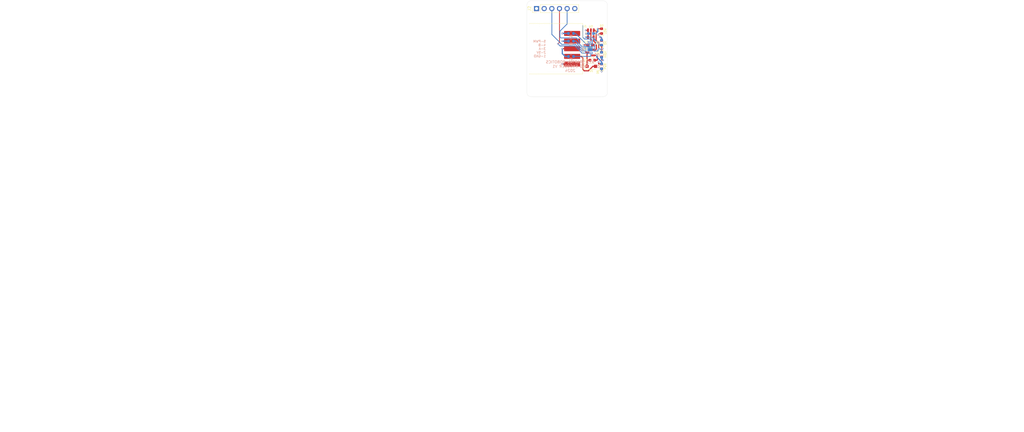
<source format=kicad_pcb>
(kicad_pcb (version 20240108) (generator "pcbnew") (generator_version "8.0")
  (title_block (title "Mag Encoder") (date "2024-08-18") (rev "0") (company "971 Spartan Robotics"))
  (layers (0 "F.Cu" signal) (1 "In1.Cu" signal) (2 "In2.Cu" signal) (31 "B.Cu" signal) (34 "B.Paste" user) (35 "F.Paste" user) (36 "B.SilkS" user "B.Silkscreen") (37 "F.SilkS" user "F.Silkscreen") (38 "B.Mask" user) (39 "F.Mask" user) (44 "Edge.Cuts" user))
  (net 0 "")
  (net 1 "+3.3V")
  (net 2 "GND")
  (net 3 "+5V")
  (net 4 "Net-(D4-A)")
  (net 5 "Net-(D2-A)")
  (net 6 "Net-(D3-A)")
  (net 7 "+5V_IN")
  (net 8 "Net-(D5-K)")
  (net 9 "/A")
  (net 10 "/B")
  (net 11 "/PWM")
  (net 12 "Net-(R1-Pad1)")
  (net 13 "Net-(U3-MGH)")
  (net 14 "Net-(U3-MGL)")
  (net 15 "Net-(U3-PWM)")
  (net 16 "Net-(U3-B)")
  (net 17 "Net-(U3-A)")
  (net 20 "/MISO")
  (net 23 "/CS")
  (net 24 "/MOSI")
  (net 25 "/SCLK")
  (footprint "mag-encoder:pin-0.100" (layer "F.Cu") (at 224.536 97.155)
    (property "Reference" "H3" (hide yes))
    (property "Value" "Pin")
    (pad "" np_thru_hole circle (at 0 0) (size 2.54 2.54) (drill 2.54) (layers "F&B.Cu" "*.Mask"))
  )
  (footprint "Package_TO_SOT_SMD:SOT-23-5" (layer "F.Cu") (at 228.854 102.362 -90)
    (property "Reference" "U2" (at -2.413 0 180) (layer "F.SilkS") (effects (font (size 0.635 0.635) (thickness 0.127))))
    (property "Value" "SN74LVC1G02DBVR")
    (fp_line (start 0 1.56) (end -0.8 1.56) (stroke (width 0.12)) (layer "F.SilkS"))
    (fp_line (start 0 1.56) (end 0.8 1.56) (stroke (width 0.12)) (layer "F.SilkS"))
    (fp_line (start 0 -1.56) (end -0.8 -1.56) (stroke (width 0.12)) (layer "F.SilkS"))
    (fp_line (start 0 -1.56) (end 0.8 -1.56) (stroke (width 0.12)) (layer "F.SilkS"))
    (fp_poly (pts (xy -1.3 -1.51) (xy -1.54 -1.84) (xy -1.06 -1.84) (xy -1.3 -1.51)) (stroke (width 0.12)) (fill solid) (layer "F.SilkS"))
    (pad "1" smd roundrect (at -1.1375 -0.95 270) (size 1.325 0.6) (layers "F.Cu" "F.Paste" "F.Mask") (net 13 "Net-(U3-MGH)"))
    (pad "2" smd roundrect (at -1.1375 0 270) (size 1.325 0.6) (layers "F.Cu" "F.Paste" "F.Mask") (net 14 "Net-(U3-MGL)"))
    (pad "3" smd roundrect (at -1.1375 0.95 270) (size 1.325 0.6) (layers "F.Cu" "F.Paste" "F.Mask") (net 2 "GND"))
    (pad "4" smd roundrect (at 1.1375 0.95 270) (size 1.325 0.6) (layers "F.Cu" "F.Paste" "F.Mask") (net 12 "Net-(R1-Pad1)"))
    (pad "5" smd roundrect (at 1.1375 -0.95 270) (size 1.325 0.6) (layers "F.Cu" "F.Paste" "F.Mask") (net 1 "+3.3V"))
  )
  (footprint "MountingHole:MountingHole_3.2mm_M3" (layer "F.Cu") (at 228.6 120.015)
    (property "Reference" "H2" (hide yes))
    (property "Value" "MountingHole")
    (pad "" np_thru_hole circle (at 0 0) (size 3.2 3.2) (drill 3.2) (layers "*.Cu" "*.Mask"))
  )
  (footprint "Capacitor_SMD:C_0603_1608Metric" (layer "F.Cu") (at 228.6 106.045 180)
    (property "Reference" "C1" (at 1.27 1.016 0) (layer "F.SilkS") (effects (font (size 0.635 0.635) (thickness 0.127))))
    (property "Value" "1uF-10%-25V-0603")
    (fp_line (start -0.14058 0.51) (end 0.14058 0.51) (stroke (width 0.12)) (layer "F.SilkS"))
    (fp_line (start -0.14058 -0.51) (end 0.14058 -0.51) (stroke (width 0.12)) (layer "F.SilkS"))
    (pad "1" smd roundrect (at -0.775 0 180) (size 0.9 0.95) (layers "F.Cu" "F.Paste" "F.Mask") (net 1 "+3.3V"))
    (pad "2" smd roundrect (at 0.775 0 180) (size 0.9 0.95) (layers "F.Cu" "F.Paste" "F.Mask") (net 2 "GND"))
  )
  (footprint "LED_SMD:LED_0603_1608Metric" (layer "F.Cu") (at 232.41 113.157 90)
    (property "Reference" "D5" (at -1.905 -1.27 -90) (layer "F.SilkS") (effects (font (size 0.635 0.635) (thickness 0.127))))
    (property "Value" "PWR" (at 0 1.27 90) (layer "F.SilkS") (effects (font (size 0.635 0.635) (thickness 0.127) (bold yes))))
    (fp_line (start 0.8 -0.735) (end -1.485 -0.735) (stroke (width 0.12)) (layer "F.SilkS"))
    (fp_line (start -1.485 -0.735) (end -1.485 0.735) (stroke (width 0.12)) (layer "F.SilkS"))
    (fp_line (start -1.485 0.735) (end 0.8 0.735) (stroke (width 0.12)) (layer "F.SilkS"))
    (pad "1" smd roundrect (at -0.7875 0 90) (size 0.875 0.95) (layers "F.Cu" "F.Paste" "F.Mask") (net 8 "Net-(D5-K)"))
    (pad "2" smd roundrect (at 0.7875 0 90) (size 0.875 0.95) (layers "F.Cu" "F.Paste" "F.Mask") (net 1 "+3.3V"))
  )
  (footprint "LED_SMD:LED_0603_1608Metric" (layer "F.Cu") (at 232.41 101.473 90)
    (property "Reference" "D2" (at 1.778 0 180) (layer "F.SilkS") (effects (font (size 0.635 0.635) (thickness 0.127))))
    (property "Value" "LOW" (at 0 1.27 90) (layer "F.SilkS") (effects (font (size 0.635 0.635) (thickness 0.127) (bold yes))))
    (fp_line (start 0.8 -0.735) (end -1.485 -0.735) (stroke (width 0.12)) (layer "F.SilkS"))
    (fp_line (start -1.485 -0.735) (end -1.485 0.735) (stroke (width 0.12)) (layer "F.SilkS"))
    (fp_line (start -1.485 0.735) (end 0.8 0.735) (stroke (width 0.12)) (layer "F.SilkS"))
    (pad "1" smd roundrect (at -0.7875 0 90) (size 0.875 0.95) (layers "F.Cu" "F.Paste" "F.Mask") (net 2 "GND"))
    (pad "2" smd roundrect (at 0.7875 0 90) (size 0.875 0.95) (layers "F.Cu" "F.Paste" "F.Mask") (net 5 "Net-(D2-A)"))
  )
  (footprint "Capacitor_SMD:C_0603_1608Metric" (layer "F.Cu") (at 229.3366 111.125)
    (property "Reference" "C2" (at -2.2606 0 0) (layer "F.SilkS") (effects (font (size 0.635 0.635) (thickness 0.127))))
    (property "Value" "1uF-10%-25V-0603")
    (fp_line (start -0.14058 -0.51) (end 0.14058 -0.51) (stroke (width 0.12)) (layer "F.SilkS"))
    (fp_line (start -0.14058 0.51) (end 0.14058 0.51) (stroke (width 0.12)) (layer "F.SilkS"))
    (pad "1" smd roundrect (at -0.775 0) (size 0.9 0.95) (layers "F.Cu" "F.Paste" "F.Mask") (net 3 "+5V"))
    (pad "2" smd roundrect (at 0.775 0) (size 0.9 0.95) (layers "F.Cu" "F.Paste" "F.Mask") (net 2 "GND"))
  )
  (footprint "Package_TO_SOT_SMD:SOT-23" (layer "F.Cu") (at 228.6 108.585 180)
    (property "Reference" "U1" (at 1.524 1.143 0) (layer "F.SilkS") (effects (font (size 0.635 0.635) (thickness 0.127))))
    (property "Value" "AP2120N-3.3TRG1")
    (fp_line (start 0 1.56) (end 0.65 1.56) (stroke (width 0.12)) (layer "F.SilkS"))
    (fp_line (start 0 1.56) (end -0.65 1.56) (stroke (width 0.12)) (layer "F.SilkS"))
    (fp_line (start 0 -1.56) (end 0.65 -1.56) (stroke (width 0.12)) (layer "F.SilkS"))
    (fp_line (start 0 -1.56) (end -0.65 -1.56) (stroke (width 0.12)) (layer "F.SilkS"))
    (fp_poly (pts (xy -1.1625 -1.51) (xy -1.4025 -1.84) (xy -0.9225 -1.84) (xy -1.1625 -1.51)) (stroke (width 0.12)) (fill solid) (layer "F.SilkS"))
    (pad "1" smd roundrect (at -0.9375 -0.95 180) (size 1.475 0.6) (layers "F.Cu" "F.Paste" "F.Mask") (net 2 "GND"))
    (pad "2" smd roundrect (at -0.9375 0.95 180) (size 1.475 0.6) (layers "F.Cu" "F.Paste" "F.Mask") (net 1 "+3.3V"))
    (pad "3" smd roundrect (at 0.9375 0 180) (size 1.475 0.6) (layers "F.Cu" "F.Paste" "F.Mask") (net 3 "+5V"))
  )
  (footprint "mag-encoder:Molex-70634-0039" (layer "F.Cu") (at 207.645 107.315 -90)
    (property "Reference" "J1" (at -7.493 -19.304 0) (layer "F.SilkS") (effects (font (size 0.635 0.635) (thickness 0.127))))
    (property "Value" "0015912055")
    (fp_line (start -8.375 -0.7) (end -8.375 -18.5) (stroke (width 0.1)) (layer "F.SilkS"))
    (fp_line (start 8.375 -0.7) (end 8.375 -18.5) (stroke (width 0.1)) (layer "F.SilkS"))
    (fp_line (start -8.375 -18.5) (end 8.375 -18.5) (stroke (width 0.1)) (layer "F.SilkS"))
    (pad "" np_thru_hole circle (at -6.48 -4.3 270) (size 3.4 3.4) (drill 3.4) (layers "F&B.Cu" "*.Mask"))
    (pad "" np_thru_hole circle (at 6.48 -4.3 270) (size 3.4 3.4) (drill 3.4) (layers "F&B.Cu" "*.Mask"))
    (pad "1" smd roundrect (at 5.08 -14.99 270) (size 1.65 5.33) (layers "F.Cu" "F.Paste" "F.Mask") (roundrect_rratio 0.07352941176) (net 2 "GND"))
    (pad "2" smd roundrect (at 2.54 -14.99 270) (size 1.65 5.33) (layers "F.Cu" "F.Paste" "F.Mask") (roundrect_rratio 0.07352941176) (net 7 "+5V_IN"))
    (pad "3" smd roundrect (at 0 -14.99 270) (size 1.65 5.33) (layers "F.Cu" "F.Paste" "F.Mask") (roundrect_rratio 0.07352941176) (net 9 "/A"))
    (pad "4" smd roundrect (at -2.54 -14.99 270) (size 1.65 5.33) (layers "F.Cu" "F.Paste" "F.Mask") (roundrect_rratio 0.07352941176) (net 10 "/B"))
    (pad "5" smd roundrect (at -5.08 -14.99 270) (size 1.65 5.33) (layers "F.Cu" "F.Paste" "F.Mask") (roundrect_rratio 0.07352941176) (net 11 "/PWM"))
  )
  (footprint "LED_SMD:LED_0603_1608Metric" (layer "F.Cu") (at 232.41 105.367666 90)
    (property "Reference" "D3" (at 0 -1.43 90) (layer "F.SilkS") (effects (font (size 0.635 0.635) (thickness 0.127))))
    (property "Value" "OK" (at 0 1.27 90) (layer "F.SilkS") (effects (font (size 0.635 0.635) (thickness 0.127) (bold yes))))
    (fp_line (start 0.8 -0.735) (end -1.485 -0.735) (stroke (width 0.12)) (layer "F.SilkS"))
    (fp_line (start -1.485 -0.735) (end -1.485 0.735) (stroke (width 0.12)) (layer "F.SilkS"))
    (fp_line (start -1.485 0.735) (end 0.8 0.735) (stroke (width 0.12)) (layer "F.SilkS"))
    (pad "1" smd roundrect (at -0.7875 0 90) (size 0.875 0.95) (layers "F.Cu" "F.Paste" "F.Mask") (net 2 "GND"))
    (pad "2" smd roundrect (at 0.7875 0 90) (size 0.875 0.95) (layers "F.Cu" "F.Paste" "F.Mask") (net 6 "Net-(D3-A)"))
  )
  (footprint "Connector_PinHeader_2.54mm:PinHeader_1x06_P2.54mm_Vertical" (layer "F.Cu") (at 210.82 93.98 90)
    (property "Reference" "J2" (at 0 -2.33 90) (layer "F.SilkS"))
    (property "Value" "CONFIG")
    (fp_line (start -1.33 -1.33) (end 0 -1.33) (stroke (width 0.12)) (layer "F.SilkS"))
    (fp_line (start -1.33 0) (end -1.33 -1.33) (stroke (width 0.12)) (layer "F.SilkS"))
    (fp_line (start 1.33 1.27) (end 1.33 14.03) (stroke (width 0.12)) (layer "F.SilkS"))
    (fp_line (start -1.33 1.27) (end 1.33 1.27) (stroke (width 0.12)) (layer "F.SilkS"))
    (fp_line (start -1.33 1.27) (end -1.33 14.03) (stroke (width 0.12)) (layer "F.SilkS"))
    (fp_line (start -1.33 14.03) (end 1.33 14.03) (stroke (width 0.12)) (layer "F.SilkS"))
    (pad "1" thru_hole rect (at 0 0 90) (size 1.7 1.7) (drill 1) (layers "*.Cu" "*.Mask") (net 2 "GND"))
    (pad "2" thru_hole oval (at 0 2.54 90) (size 1.7 1.7) (drill 1) (layers "*.Cu" "*.Mask") (net 1 "+3.3V"))
    (pad "3" thru_hole oval (at 0 5.08 90) (size 1.7 1.7) (drill 1) (layers "*.Cu" "*.Mask") (net 23 "/CS"))
    (pad "4" thru_hole oval (at 0 7.62 90) (size 1.7 1.7) (drill 1) (layers "*.Cu" "*.Mask") (net 24 "/MOSI"))
    (pad "5" thru_hole oval (at 0 10.16 90) (size 1.7 1.7) (drill 1) (layers "*.Cu" "*.Mask") (net 20 "/MISO"))
    (pad "6" thru_hole oval (at 0 12.7 90) (size 1.7 1.7) (drill 1) (layers "*.Cu" "*.Mask") (net 25 "/SCLK"))
  )
  (footprint "mag-encoder:slot-0.100x0.120" (layer "F.Cu") (at 224.536 117.475 180)
    (property "Reference" "H4" (hide yes))
    (property "Value" "Slot")
    (pad "" np_thru_hole oval (at -0.1 0 180) (size 2.54 3.048) (drill oval 2.54 3.048) (layers "F&B.Cu" "*.Mask"))
  )
  (footprint "Diode_SMD:D_SOD-123F" (layer "F.Cu") (at 228.981 113.157)
    (property "Reference" "D1" (at 0 1.524 0) (layer "F.SilkS") (effects (font (size 0.635 0.635) (thickness 0.127))))
    (property "Value" "NRVB120VLSFT1G")
    (fp_line (start -2.21 -1) (end -2.21 1) (stroke (width 0.12)) (layer "F.SilkS"))
    (fp_line (start -2.21 -1) (end 1.65 -1) (stroke (width 0.12)) (layer "F.SilkS"))
    (fp_line (start -2.21 1) (end 1.65 1) (stroke (width 0.12)) (layer "F.SilkS"))
    (pad "1" smd roundrect (at -1.4 0) (size 1.1 1.1) (layers "F.Cu" "F.Paste" "F.Mask") (roundrect_rratio 0.2272727273) (net 3 "+5V"))
    (pad "2" smd roundrect (at 1.4 0) (size 1.1 1.1) (layers "F.Cu" "F.Paste" "F.Mask") (roundrect_rratio 0.2272727273) (net 7 "+5V_IN"))
  )
  (footprint "LED_SMD:LED_0603_1608Metric" (layer "F.Cu") (at 232.41 109.262332 -90)
    (property "Reference" "D4" (at -0.550332 1.27 90) (layer "F.SilkS") (effects (font (size 0.635 0.635) (thickness 0.127))))
    (property "Value" "HIGH" (at -0.042332 -1.27 90) (layer "F.SilkS") (effects (font (size 0.635 0.635) (thickness 0.127) (bold yes))))
    (fp_line (start -1.485 0.735) (end 0.8 0.735) (stroke (width 0.12)) (layer "F.SilkS"))
    (fp_line (start -1.485 -0.735) (end -1.485 0.735) (stroke (width 0.12)) (layer "F.SilkS"))
    (fp_line (start 0.8 -0.735) (end -1.485 -0.735) (stroke (width 0.12)) (layer "F.SilkS"))
    (pad "1" smd roundrect (at -0.7875 0 270) (size 0.875 0.95) (layers "F.Cu" "F.Paste" "F.Mask") (net 2 "GND"))
    (pad "2" smd roundrect (at 0.7875 0 270) (size 0.875 0.95) (layers "F.Cu" "F.Paste" "F.Mask") (net 4 "Net-(D4-A)"))
  )
  (footprint "MountingHole:MountingHole_3.2mm_M3" (layer "F.Cu") (at 228.6 94.615)
    (property "Reference" "H1" (hide yes))
    (property "Value" "MountingHole")
    (pad "" np_thru_hole circle (at 0 0) (size 3.2 3.2) (drill 3.2) (layers "*.Cu" "*.Mask"))
  )
  (footprint "Resistor_SMD:R_0603_1608Metric" (layer "B.Cu") (at 222.25 109.855 180)
    (property "Reference" "R7" (at 0 -1.143 0) (layer "B.SilkS") (effects (font (size 0.635 0.635) (thickness 0.127)) (justify mirror)))
    (property "Value" "100R-1%-0603")
    (fp_line (start 0.237258 0.5225) (end -0.237258 0.5225) (stroke (width 0.12)) (layer "B.SilkS"))
    (fp_line (start 0.237258 -0.5225) (end -0.237258 -0.5225) (stroke (width 0.12)) (layer "B.SilkS"))
    (pad "1" smd roundrect (at -0.825 0 180) (size 0.8 0.95) (layers "B.Cu" "B.Paste" "B.Mask") (net 17 "Net-(U3-A)"))
    (pad "2" smd roundrect (at 0.825 0 180) (size 0.8 0.95) (layers "B.Cu" "B.Paste" "B.Mask") (net 9 "/A"))
  )
  (footprint "Resistor_SMD:R_0603_1608Metric" (layer "B.Cu") (at 232.41 109.347 -90)
    (property "Reference" "R2" (at 0 1.016 90) (layer "B.SilkS") (effects (font (size 0.635 0.635) (thickness 0.127)) (justify mirror)))
    (property "Value" "1.00k-1%-0603")
    (fp_line (start 0.237258 0.5225) (end -0.237258 0.5225) (stroke (width 0.12)) (layer "B.SilkS"))
    (fp_line (start 0.237258 -0.5225) (end -0.237258 -0.5225) (stroke (width 0.12)) (layer "B.SilkS"))
    (pad "1" smd roundrect (at -0.825 0 270) (size 0.8 0.95) (layers "B.Cu" "B.Paste" "B.Mask") (net 13 "Net-(U3-MGH)"))
    (pad "2" smd roundrect (at 0.825 0 270) (size 0.8 0.95) (layers "B.Cu" "B.Paste" "B.Mask") (net 4 "Net-(D4-A)"))
  )
  (footprint "Resistor_SMD:R_0603_1608Metric" (layer "B.Cu") (at 232.41 105.283 90)
    (property "Reference" "R1" (at 0 -1.016 90) (layer "B.SilkS") (effects (font (size 0.635 0.635) (thickness 0.127)) (justify mirror)))
    (property "Value" "1.00k-1%-0603")
    (fp_line (start 0.237258 -0.5225) (end -0.237258 -0.5225) (stroke (width 0.12)) (layer "B.SilkS"))
    (fp_line (start 0.237258 0.5225) (end -0.237258 0.5225) (stroke (width 0.12)) (layer "B.SilkS"))
    (pad "1" smd roundrect (at -0.825 0 90) (size 0.8 0.95) (layers "B.Cu" "B.Paste" "B.Mask") (net 12 "Net-(R1-Pad1)"))
    (pad "2" smd roundrect (at 0.825 0 90) (size 0.8 0.95) (layers "B.Cu" "B.Paste" "B.Mask") (net 6 "Net-(D3-A)"))
  )
  (footprint "Resistor_SMD:R_0603_1608Metric" (layer "B.Cu") (at 222.25 104.775 180)
    (property "Reference" "R6" (at 0 -1.143 0) (layer "B.SilkS") (effects (font (size 0.635 0.635) (thickness 0.127)) (justify mirror)))
    (property "Value" "100R-1%-0603")
    (fp_line (start 0.237258 0.5225) (end -0.237258 0.5225) (stroke (width 0.12)) (layer "B.SilkS"))
    (fp_line (start 0.237258 -0.5225) (end -0.237258 -0.5225) (stroke (width 0.12)) (layer "B.SilkS"))
    (pad "1" smd roundrect (at -0.825 0 180) (size 0.8 0.95) (layers "B.Cu" "B.Paste" "B.Mask") (net 16 "Net-(U3-B)"))
    (pad "2" smd roundrect (at 0.825 0 180) (size 0.8 0.95) (layers "B.Cu" "B.Paste" "B.Mask") (net 10 "/B"))
  )
  (footprint "Resistor_SMD:R_0603_1608Metric" (layer "B.Cu") (at 232.41 113.1316 90)
    (property "Reference" "R3" (at 0 -1.016 -90) (layer "B.SilkS") (effects (font (size 0.635 0.635) (thickness 0.127)) (justify mirror)))
    (property "Value" "1.00k-1%-0603")
    (fp_line (start 0.237258 -0.5225) (end -0.237258 -0.5225) (stroke (width 0.12)) (layer "B.SilkS"))
    (fp_line (start 0.237258 0.5225) (end -0.237258 0.5225) (stroke (width 0.12)) (layer "B.SilkS"))
    (pad "1" smd roundrect (at -0.825 0 90) (size 0.8 0.95) (layers "B.Cu" "B.Paste" "B.Mask") (net 8 "Net-(D5-K)"))
    (pad "2" smd roundrect (at 0.825 0 90) (size 0.8 0.95) (layers "B.Cu" "B.Paste" "B.Mask") (net 2 "GND"))
  )
  (footprint "Resistor_SMD:R_0603_1608Metric" (layer "B.Cu") (at 222.25 102.235 180)
    (property "Reference" "R5" (at 0 -1.143 0) (layer "B.SilkS") (effects (font (size 0.635 0.635) (thickness 0.127)) (justify mirror)))
    (property "Value" "100R-1%-0603")
    (fp_line (start 0.237258 0.5225) (end -0.237258 0.5225) (stroke (width 0.12)) (layer "B.SilkS"))
    (fp_line (start 0.237258 -0.5225) (end -0.237258 -0.5225) (stroke (width 0.12)) (layer "B.SilkS"))
    (pad "1" smd roundrect (at -0.825 0 180) (size 0.8 0.95) (layers "B.Cu" "B.Paste" "B.Mask") (net 15 "Net-(U3-PWM)"))
    (pad "2" smd roundrect (at 0.825 0 180) (size 0.8 0.95) (layers "B.Cu" "B.Paste" "B.Mask") (net 11 "/PWM"))
  )
  (footprint "mag-encoder:QFN-16-1EP_3x3mm_P0.5mm_EP1.7x1.7mm" (layer "B.Cu") (at 228.6 107.315 90)
    (property "Reference" "U3" (at 0 -2.413 90) (layer "B.SilkS") (effects (font (size 0.635 0.635) (thickness 0.127)) (justify mirror)))
    (property "Value" "MA732GQ")
    (fp_line (start 1.61 -1.61) (end 1.135 -1.61) (stroke (width 0.12)) (layer "B.SilkS"))
    (fp_line (start -1.61 -1.61) (end -1.135 -1.61) (stroke (width 0.12)) (layer "B.SilkS"))
    (fp_line (start 1.61 -1.135) (end 1.61 -1.61) (stroke (width 0.12)) (layer "B.SilkS"))
    (fp_line (start -1.61 -1.135) (end -1.61 -1.61) (stroke (width 0.12)) (layer "B.SilkS"))
    (fp_line (start 1.61 1.135) (end 1.61 1.61) (stroke (width 0.12)) (layer "B.SilkS"))
    (fp_line (start -1.61 1.37) (end -1.61 1.135) (stroke (width 0.12)) (layer "B.SilkS"))
    (fp_line (start 1.61 1.61) (end 1.135 1.61) (stroke (width 0.12)) (layer "B.SilkS"))
    (fp_line (start -1.31 1.61) (end -1.135 1.61) (stroke (width 0.12)) (layer "B.SilkS"))
    (fp_poly (pts (xy -1.61 1.61) (xy -1.85 1.94) (xy -1.37 1.94) (xy -1.61 1.61)) (stroke (width 0.12)) (fill solid) (layer "B.SilkS"))
    (pad "1" smd roundrect (at -1.45 0.738 90) (size 0.7 0.25) (layers "B.Cu" "B.Paste" "B.Mask"))
    (pad "2" smd roundrect (at -1.45 0.238 90) (size 0.7 0.25) (layers "B.Cu" "B.Paste" "B.Mask") (net 17 "Net-(U3-A)"))
    (pad "3" smd roundrect (at -1.45 -0.262 90) (size 0.7 0.25) (layers "B.Cu" "B.Paste" "B.Mask"))
    (pad "4" smd roundrect (at -1.45 -0.762 90) (size 0.7 0.25) (layers "B.Cu" "B.Paste" "B.Mask") (net 24 "/MOSI"))
    (pad "5" smd roundrect (at -0.75 -1.45 90) (size 0.25 0.7) (layers "B.Cu" "B.Paste" "B.Mask") (net 23 "/CS"))
    (pad "6" smd roundrect (at -0.25 -1.45 90) (size 0.25 0.7) (layers "B.Cu" "B.Paste" "B.Mask") (net 16 "Net-(U3-B)"))
    (pad "7" smd roundrect (at 0.25 -1.45 90) (size 0.25 0.7) (layers "B.Cu" "B.Paste" "B.Mask") (net 20 "/MISO"))
    (pad "8" smd roundrect (at 0.75 -1.45 90) (size 0.25 0.7) (layers "B.Cu" "B.Paste" "B.Mask") (net 2 "GND"))
    (pad "9" smd roundrect (at 1.45 -0.75 90) (size 0.7 0.25) (layers "B.Cu" "B.Paste" "B.Mask") (net 15 "Net-(U3-PWM)"))
    (pad "10" smd roundrect (at 1.45 -0.25 90) (size 0.7 0.25) (layers "B.Cu" "B.Paste" "B.Mask") (net 2 "GND"))
    (pad "11" smd roundrect (at 1.45 0.25 90) (size 0.7 0.25) (layers "B.Cu" "B.Paste" "B.Mask") (net 14 "Net-(U3-MGL)"))
    (pad "12" smd roundrect (at 1.45 0.75 90) (size 0.7 0.25) (layers "B.Cu" "B.Paste" "B.Mask") (net 25 "/SCLK"))
    (pad "13" smd roundrect (at 0.75 1.45 90) (size 0.25 0.7) (layers "B.Cu" "B.Paste" "B.Mask") (net 1 "+3.3V"))
    (pad "14" smd roundrect (at 0.25 1.45 90) (size 0.25 0.7) (layers "B.Cu" "B.Paste" "B.Mask"))
    (pad "15" smd roundrect (at -0.25 1.45 90) (size 0.25 0.7) (layers "B.Cu" "B.Paste" "B.Mask"))
    (pad "16" smd roundrect (at -0.75 1.45 90) (size 0.25 0.7) (layers "B.Cu" "B.Paste" "B.Mask") (net 13 "Net-(U3-MGH)"))
    (pad "17" smd rect (at 0 0 90) (size 1.7 1.7) (property pad_prop_heatsink) (layers "B.Cu" "B.Mask") (net 2 "GND"))
  )
  (footprint "Resistor_SMD:R_0603_1608Metric" (layer "B.Cu") (at 228.8794 102.2604)
    (property "Reference" "R4" (at -0.0254 1.1176 0) (layer "B.SilkS") (effects (font (size 0.635 0.635) (thickness 0.127)) (justify mirror)))
    (property "Value" "1.00k-1%-0603")
    (fp_line (start 0.237258 -0.5225) (end -0.237258 -0.5225) (stroke (width 0.12)) (layer "B.SilkS"))
    (fp_line (start 0.237258 0.5225) (end -0.237258 0.5225) (stroke (width 0.12)) (layer "B.SilkS"))
    (pad "1" smd roundrect (at -0.825 0) (size 0.8 0.95) (layers "B.Cu" "B.Paste" "B.Mask") (net 14 "Net-(U3-MGL)"))
    (pad "2" smd roundrect (at 0.825 0) (size 0.8 0.95) (layers "B.Cu" "B.Paste" "B.Mask") (net 5 "Net-(D2-A)"))
  )
  (gr_arc (start 234.315 121.92) (mid 233.943026 122.818026) (end 233.045 123.19) (stroke (width 0.05)) (layer "Edge.Cuts"))
  (gr_arc (start 207.645 92.71) (mid 208.016974 91.811974) (end 208.915 91.44) (stroke (width 0.05)) (layer "Edge.Cuts"))
  (gr_arc (start 233.045 91.44) (mid 233.943026 91.811974) (end 234.315 92.71) (stroke (width 0.05)) (layer "Edge.Cuts"))
  (gr_line (start 234.315 121.92) (end 234.315 92.71) (stroke (width 0.05)) (layer "Edge.Cuts"))
  (gr_line (start 207.645 92.71) (end 207.645 121.92) (stroke (width 0.05)) (layer "Edge.Cuts"))
  (gr_line (start 208.915 123.19) (end 233.045 123.19) (stroke (width 0.05)) (layer "Edge.Cuts"))
  (gr_line (start 233.045 91.44) (end 208.915 91.44) (stroke (width 0.05)) (layer "Edge.Cuts"))
  (gr_arc (start 208.915 123.19) (mid 208.016974 122.818026) (end 207.645 121.92) (stroke (width 0.05)) (layer "Edge.Cuts"))
  (gr_text "5-PWM\n4-B\n3-A\n2-5V\n1-GND\n" (at 213.995 107.315 0) (layer "B.SilkS") (effects (font (size 0.762 0.762) (thickness 0.1524) (bold yes)) (justify left mirror)))
  (gr_text "971 SPARTAN ROBOTICS\nMAG ENCODER V1\n2024\n" (at 221.996 113.157 0) (layer "B.SilkS") (effects (font (size 0.889 0.889) (thickness 0.1524) (bold yes)) (justify mirror)))
  (segment (start 229.804 104.7598) (end 230.3526 105.3084) (width 0.381) (layer "F.Cu") (net 1))
  (segment (start 229.375 106.045) (end 230.124 106.045) (width 0.381) (layer "F.Cu") (net 1))
  (segment (start 230.124 106.045) (end 230.3526 105.8164) (width 0.381) (layer "F.Cu") (net 1))
  (segment (start 231.6225 112.3695) (end 231.4194 112.1664) (width 0.381) (layer "F.Cu") (net 1))
  (segment (start 230.3526 105.3084) (end 230.3526 105.8164) (width 0.381) (layer "F.Cu") (net 1))
  (segment (start 230.7082 107.4166) (end 230.7082 106.172) (width 0.381) (layer "F.Cu") (net 1))
  (segment (start 230.7082 106.172) (end 230.3526 105.8164) (width 0.381) (layer "F.Cu") (net 1))
  (segment (start 232.41 112.3695) (end 231.6225 112.3695) (width 0.381) (layer "F.Cu") (net 1))
  (segment (start 230.4898 107.635) (end 230.7082 107.4166) (width 0.381) (layer "F.Cu") (net 1))
  (segment (start 231.4194 112.1664) (end 231.4194 111.7092) (width 0.381) (layer "F.Cu") (net 1))
  (segment (start 229.5375 107.635) (end 230.4898 107.635) (width 0.381) (layer "F.Cu") (net 1))
  (segment (start 229.804 103.4995) (end 229.804 104.7598) (width 0.381) (layer "F.Cu") (net 1))
  (via (at 231.4194 111.7092) (size 0.508) (drill 0.3048) (layers "F.Cu" "B.Cu") (net 1))
  (via (at 230.3526 105.8164) (size 0.508) (drill 0.3048) (layers "F.Cu" "B.Cu") (net 1))
  (segment (start 230.05 106.119) (end 230.3526 105.8164) (width 0.254) (layer "B.Cu") (net 1))
  (segment (start 230.05 106.565) (end 230.05 106.119) (width 0.254) (layer "B.Cu") (net 1))
  (segment (start 231.013 109.728) (end 230.7844 109.4994) (width 0.381) (layer "F.Cu") (net 2))
  (segment (start 227.904 101.2245) (end 227.1323 101.2245) (width 0.381) (layer "F.Cu") (net 2))
  (segment (start 232.41 108.474832) (end 232.41 107.619796) (width 0.381) (layer "F.Cu") (net 2))
  (segment (start 226.441 106.045) (end 226.3394 106.1466) (width 0.381) (layer "F.Cu") (net 2))
  (segment (start 232.41 106.959404) (end 232.740196 107.2896) (width 0.381) (layer "F.Cu") (net 2))
  (segment (start 222.635 112.395) (end 219.4306 112.395) (width 0.381) (layer "F.Cu") (net 2))
  (segment (start 230.7488 109.535) (end 230.7844 109.4994) (width 0.381) (layer "F.Cu") (net 2))
  (segment (start 227.825 106.045) (end 226.441 106.045) (width 0.381) (layer "F.Cu") (net 2))
  (segment (start 231.7495 102.2605) (end 231.267 102.743) (width 0.381) (layer "F.Cu") (net 2))
  (segment (start 232.41 106.155166) (end 232.41 106.959404) (width 0.381) (layer "F.Cu") (net 2))
  (segment (start 232.41 107.619796) (end 232.740196 107.2896) (width 0.381) (layer "F.Cu") (net 2))
  (segment (start 230.8606 111.125) (end 231.013 110.9726) (width 0.381) (layer "F.Cu") (net 2))
  (segment (start 232.41 102.2605) (end 231.7495 102.2605) (width 0.381) (layer "F.Cu") (net 2))
  (segment (start 227.1323 101.2245) (end 227.1268 101.219) (width 0.381) (layer "F.Cu") (net 2))
  (segment (start 231.013 110.9726) (end 231.013 109.728) (width 0.381) (layer "F.Cu") (net 2))
  (segment (start 229.5375 109.535) (end 230.7488 109.535) (width 0.381) (layer "F.Cu") (net 2))
  (segment (start 230.1116 111.125) (end 230.8606 111.125) (width 0.381) (layer "F.Cu") (net 2))
  (via (at 232.740196 107.2896) (size 0.508) (drill 0.3048) (layers "F.Cu" "B.Cu") (net 2))
  (via (at 231.267 102.743) (size 0.508) (drill 0.3048) (layers "F.Cu" "B.Cu") (net 2))
  (via (at 226.3394 106.1466) (size 0.508) (drill 0.3048) (layers "F.Cu" "B.Cu") (net 2))
  (via (at 230.7844 109.4994) (size 0.508) (drill 0.3048) (layers "F.Cu" "B.Cu") (net 2))
  (via (at 227.9396 104.9528) (size 0.508) (drill 0.3048) (layers "F.Cu" "B.Cu") (net 2))
  (via (at 227.1268 101.219) (size 0.508) (drill 0.3048) (layers "F.Cu" "B.Cu") (net 2))
  (via (at 219.4306 112.395) (size 0.508) (drill 0.3048) (layers "F.Cu" "B.Cu") (net 2))
  (segment (start 226.3394 106.3244) (end 226.3394 106.1466) (width 0.254) (layer "B.Cu") (net 2))
  (segment (start 232.41 112.3066) (end 232.41 111.6584) (width 0.381) (layer "B.Cu") (net 2))
  (segment (start 228.35 105.3632) (end 227.9396 104.9528) (width 0.254) (layer "B.Cu") (net 2))
  (segment (start 226.58 106.565) (end 226.3394 106.3244) (width 0.254) (layer "B.Cu") (net 2))
  (segment (start 232.41 111.6584) (end 230.7844 110.0328) (width 0.381) (layer "B.Cu") (net 2))
  (segment (start 227.8683 106.5833) (end 228.6 107.315) (width 0.254) (layer "B.Cu") (net 2))
  (segment (start 230.7844 110.0328) (end 230.7844 109.4994) (width 0.381) (layer "B.Cu") (net 2))
  (segment (start 227.15 106.565) (end 226.58 106.565) (width 0.254) (layer "B.Cu") (net 2))
  (segment (start 228.35 105.865) (end 228.35 107.065) (width 0.254) (layer "B.Cu") (net 2))
  (segment (start 227.607324 106.5833) (end 227.8683 106.5833) (width 0.254) (layer "B.Cu") (net 2))
  (segment (start 228.35 105.865) (end 228.35 105.3632) (width 0.254) (layer "B.Cu") (net 2))
  (segment (start 227.15 106.565) (end 227.589024 106.565) (width 0.254) (layer "B.Cu") (net 2))
  (segment (start 227.589024 106.565) (end 227.607324 106.5833) (width 0.254) (layer "B.Cu") (net 2))
  (segment (start 228.35 107.065) (end 228.6 107.315) (width 0.254) (layer "B.Cu") (net 2))
  (segment (start 227.581 108.6665) (end 227.6625 108.585) (width 0.381) (layer "F.Cu") (net 3))
  (segment (start 227.581 111.125) (end 227.581 108.6665) (width 0.381) (layer "F.Cu") (net 3))
  (segment (start 227.581 113.157) (end 227.581 111.125) (width 0.381) (layer "F.Cu") (net 3))
  (segment (start 228.5616 111.125) (end 227.581 111.125) (width 0.381) (layer "F.Cu") (net 3))
  (segment (start 232.41 110.871) (end 232.682004 111.143004) (width 0.381) (layer "F.Cu") (net 4))
  (segment (start 232.682004 111.143004) (end 232.926218 111.143004) (width 0.381) (layer "F.Cu") (net 4))
  (segment (start 232.41 110.049832) (end 232.41 110.871) (width 0.381) (layer "F.Cu") (net 4))
  (via (at 232.926218 111.143004) (size 0.508) (drill 0.3048) (layers "F.Cu" "B.Cu") (net 4))
  (segment (start 232.41 110.172) (end 232.41 110.626786) (width 0.381) (layer "B.Cu") (net 4))
  (segment (start 232.41 110.626786) (end 232.926218 111.143004) (width 0.381) (layer "B.Cu") (net 4))
  (segment (start 232.4099 100.6856) (end 232.41 100.6855) (width 0.381) (layer "F.Cu") (net 5))
  (segment (start 231.14 100.6856) (end 232.4099 100.6856) (width 0.381) (layer "F.Cu") (net 5))
  (via (at 231.14 100.6856) (size 0.508) (drill 0.3048) (layers "F.Cu" "B.Cu") (net 5))
  (segment (start 229.7044 102.2604) (end 230.505 102.2604) (width 0.381) (layer "B.Cu") (net 5))
  (segment (start 230.505 102.2604) (end 231.14 101.6254) (width 0.381) (layer "B.Cu") (net 5))
  (segment (start 231.14 101.6254) (end 231.14 100.6856) (width 0.381) (layer "B.Cu") (net 5))
  (segment (start 232.41 103.8606) (end 231.9528 103.4034) (width 0.381) (layer "F.Cu") (net 6))
  (segment (start 231.9528 103.4034) (end 231.8004 103.4034) (width 0.381) (layer "F.Cu") (net 6))
  (segment (start 232.41 104.580166) (end 232.41 103.8606) (width 0.381) (layer "F.Cu") (net 6))
  (via (at 231.8004 103.4034) (size 0.508) (drill 0.3048) (layers "F.Cu" "B.Cu") (net 6))
  (segment (start 232.41 104.458) (end 232.41 103.7336) (width 0.381) (layer "B.Cu") (net 6))
  (segment (start 232.0798 103.4034) (end 231.8004 103.4034) (width 0.381) (layer "B.Cu") (net 6))
  (segment (start 232.41 103.7336) (end 232.0798 103.4034) (width 0.381) (layer "B.Cu") (net 6))
  (segment (start 226.187 110.363) (end 226.187 114.173) (width 0.381) (layer "F.Cu") (net 7))
  (segment (start 226.187 114.173) (end 226.6442 114.6302) (width 0.381) (layer "F.Cu") (net 7))
  (segment (start 222.635 109.855) (end 225.679 109.855) (width 0.381) (layer "F.Cu") (net 7))
  (segment (start 229.5144 113.157) (end 230.381 113.157) (width 0.381) (layer "F.Cu") (net 7))
  (segment (start 226.6442 114.6302) (end 228.0412 114.6302) (width 0.381) (layer "F.Cu") (net 7))
  (segment (start 225.679 109.855) (end 226.187 110.363) (width 0.381) (layer "F.Cu") (net 7))
  (segment (start 228.0412 114.6302) (end 229.5144 113.157) (width 0.381) (layer "F.Cu") (net 7))
  (segment (start 232.41 113.9445) (end 232.41 114.8588) (width 0.381) (layer "F.Cu") (net 8))
  (via (at 232.41 114.8588) (size 0.508) (drill 0.3048) (layers "F.Cu" "B.Cu") (net 8))
  (segment (start 232.41 114.8588) (end 232.41 113.9566) (width 0.381) (layer "B.Cu") (net 8))
  (segment (start 219.3798 107.2896) (end 222.6096 107.2896) (width 0.381) (layer "F.Cu") (net 9))
  (segment (start 222.6096 107.2896) (end 222.635 107.315) (width 0.381) (layer "F.Cu") (net 9))
  (via (at 219.3798 107.2896) (size 0.508) (drill 0.3048) (layers "F.Cu" "B.Cu") (net 9))
  (segment (start 219.3798 107.2896) (end 219.3798 108.9406) (width 0.381) (layer "B.Cu") (net 9))
  (segment (start 220.2942 109.855) (end 221.425 109.855) (width 0.381) (layer "B.Cu") (net 9))
  (segment (start 219.3798 108.9406) (end 220.2942 109.855) (width 0.381) (layer "B.Cu") (net 9))
  (segment (start 219.4052 107.315) (end 219.3798 107.2896) (width 0.381) (layer "B.Cu") (net 9))
  (segment (start 219.3798 104.8004) (end 222.6096 104.8004) (width 0.381) (layer "F.Cu") (net 10))
  (segment (start 222.6096 104.8004) (end 222.635 104.775) (width 0.381) (layer "F.Cu") (net 10))
  (via (at 219.3798 104.8004) (size 0.508) (drill 0.3048) (layers "F.Cu" "B.Cu") (net 10))
  (segment (start 219.4052 104.775) (end 219.3798 104.8004) (width 0.381) (layer "B.Cu") (net 10))
  (segment (start 221.425 104.775) (end 219.4052 104.775) (width 0.381) (layer "B.Cu") (net 10))
  (segment (start 222.635 102.235) (end 219.354404 102.235) (width 0.381) (layer "F.Cu") (net 11))
  (segment (start 219.354404 102.235) (end 219.329004 102.2604) (width 0.381) (layer "F.Cu") (net 11))
  (via (at 219.329004 102.2604) (size 0.508) (drill 0.3048) (layers "F.Cu" "B.Cu") (net 11))
  (segment (start 219.354404 102.235) (end 219.329004 102.2604) (width 0.381) (layer "B.Cu") (net 11))
  (segment (start 221.425 102.235) (end 219.354404 102.235) (width 0.381) (layer "B.Cu") (net 11))
  (segment (start 227.145495 103.4995) (end 227.1268 103.480805) (width 0.381) (layer "F.Cu") (net 12))
  (segment (start 227.904 103.4995) (end 227.145495 103.4995) (width 0.381) (layer "F.Cu") (net 12))
  (via (at 227.1268 103.480805) (size 0.508) (drill 0.3048) (layers "F.Cu" "B.Cu") (net 12))
  (segment (start 228.214932 103.480805) (end 227.1268 103.480805) (width 0.381) (layer "B.Cu") (net 12))
  (segment (start 229.3066 103.4796) (end 228.216137 103.4796) (width 0.381) (layer "B.Cu") (net 12))
  (segment (start 228.216137 103.4796) (end 228.214932 103.480805) (width 0.381) (layer "B.Cu") (net 12))
  (segment (start 231.935 106.108) (end 229.3066 103.4796) (width 0.381) (layer "B.Cu") (net 12))
  (segment (start 232.41 106.108) (end 231.935 106.108) (width 0.381) (layer "B.Cu") (net 12))
  (segment (start 230.5812 104.5464) (end 231.4702 105.4354) (width 0.381) (layer "F.Cu") (net 13))
  (segment (start 230.3327 101.2245) (end 230.5812 101.473) (width 0.381) (layer "F.Cu") (net 13))
  (segment (start 231.4702 105.4354) (end 231.4702 107.3404) (width 0.381) (layer "F.Cu") (net 13))
  (segment (start 229.804 101.2245) (end 230.3327 101.2245) (width 0.381) (layer "F.Cu") (net 13))
  (segment (start 230.5812 101.473) (end 230.5812 104.5464) (width 0.381) (layer "F.Cu") (net 13))
  (via (at 231.4702 107.3404) (size 0.508) (drill 0.3048) (layers "F.Cu" "B.Cu") (net 13))
  (segment (start 231.1788 108.065) (end 231.1788 107.6318) (width 0.254) (layer "B.Cu") (net 13))
  (segment (start 232.41 108.522) (end 232.41 107.8484) (width 0.254) (layer "B.Cu") (net 13))
  (segment (start 231.902 107.3404) (end 231.4702 107.3404) (width 0.254) (layer "B.Cu") (net 13))
  (segment (start 231.1788 107.6318) (end 231.4702 107.3404) (width 0.254) (layer "B.Cu") (net 13))
  (segment (start 231.1788 108.065) (end 230.05 108.065) (width 0.254) (layer "B.Cu") (net 13))
  (segment (start 232.41 107.8484) (end 231.902 107.3404) (width 0.254) (layer "B.Cu") (net 13))
  (segment (start 231.1788 107.6452) (end 231.1788 108.065) (width 0.254) (layer "B.Cu") (net 13))
  (segment (start 228.841535 104.6607) (end 228.854 104.6607) (width 0.381) (layer "F.Cu") (net 14))
  (segment (start 228.854 101.2245) (end 228.854 102.4128) (width 0.381) (layer "F.Cu") (net 14))
  (segment (start 228.684551 104.817684) (end 228.841535 104.6607) (width 0.381) (layer "F.Cu") (net 14))
  (segment (start 228.854 104.6607) (end 228.854 102.4128) (width 0.381) (layer "F.Cu") (net 14))
  (segment (start 227.2284 102.362) (end 228.8032 102.362) (width 0.381) (layer "F.Cu") (net 14))
  (segment (start 228.8032 102.362) (end 228.854 102.4128) (width 0.381) (layer "F.Cu") (net 14))
  (segment (start 227.1522 102.2858) (end 227.2284 102.362) (width 0.381) (layer "F.Cu") (net 14))
  (via (at 228.684551 104.817684) (size 0.508) (drill 0.3048) (layers "F.Cu" "B.Cu") (net 14))
  (via (at 227.1522 102.2858) (size 0.508) (drill 0.3048) (layers "F.Cu" "B.Cu") (net 14))
  (segment (start 228.684551 104.817684) (end 228.85 104.983133) (width 0.254) (layer "B.Cu") (net 14))
  (segment (start 227.1776 102.2604) (end 227.1522 102.2858) (width 0.381) (layer "B.Cu") (net 14))
  (segment (start 228.85 104.983133) (end 228.85 105.865) (width 0.254) (layer "B.Cu") (net 14))
  (segment (start 228.0544 102.2604) (end 227.1776 102.2604) (width 0.381) (layer "B.Cu") (net 14))
  (segment (start 223.7486 102.235) (end 223.075 102.235) (width 0.254) (layer "B.Cu") (net 15))
  (segment (start 227.85 105.865) (end 227.3786 105.865) (width 0.254) (layer "B.Cu") (net 15))
  (segment (start 227.3786 105.865) (end 223.7486 102.235) (width 0.254) (layer "B.Cu") (net 15))
  (segment (start 227.15 107.565) (end 226.1576 107.565) (width 0.254) (layer "B.Cu") (net 16))
  (segment (start 224.4344 105.3338) (end 223.8756 104.775) (width 0.254) (layer "B.Cu") (net 16))
  (segment (start 224.4344 105.8418) (end 224.4344 105.3338) (width 0.254) (layer "B.Cu") (net 16))
  (segment (start 223.8756 104.775) (end 223.075 104.775) (width 0.254) (layer "B.Cu") (net 16))
  (segment (start 226.1576 107.565) (end 224.4344 105.8418) (width 0.254) (layer "B.Cu") (net 16))
  (segment (start 228.838 108.765) (end 228.838 109.617) (width 0.254) (layer "B.Cu") (net 17))
  (segment (start 228.6 109.855) (end 223.075 109.855) (width 0.254) (layer "B.Cu") (net 17))
  (segment (start 228.838 109.617) (end 228.6 109.855) (width 0.254) (layer "B.Cu") (net 17))
  (segment (start 218.5924 103.4034) (end 218.5924 101.473) (width 0.254) (layer "B.Cu") (net 20))
  (segment (start 224.9424 105.6386) (end 224.9424 104.6734) (width 0.254) (layer "B.Cu") (net 20))
  (segment (start 218.8972 103.7082) (end 218.5924 103.4034) (width 0.254) (layer "B.Cu") (net 20))
  (segment (start 226.3688 107.065) (end 224.9424 105.6386) (width 0.254) (layer "B.Cu") (net 20))
  (segment (start 224.9424 104.6734) (end 223.9772 103.7082) (width 0.254) (layer "B.Cu") (net 20))
  (segment (start 227.15 107.065) (end 226.3688 107.065) (width 0.254) (layer "B.Cu") (net 20))
  (segment (start 218.5924 101.473) (end 220.98 99.0854) (width 0.254) (layer "B.Cu") (net 20))
  (segment (start 220.98 99.0854) (end 220.98 93.98) (width 0.254) (layer "B.Cu") (net 20))
  (segment (start 223.9772 103.7082) (end 218.8972 103.7082) (width 0.254) (layer "B.Cu") (net 20))
  (segment (start 225.9464 108.065) (end 223.7486 105.8672) (width 0.254) (layer "B.Cu") (net 23))
  (segment (start 219.202 105.8672) (end 215.9 102.5652) (width 0.254) (layer "B.Cu") (net 23))
  (segment (start 223.7486 105.8672) (end 219.202 105.8672) (width 0.254) (layer "B.Cu") (net 23))
  (segment (start 227.15 108.065) (end 225.9464 108.065) (width 0.254) (layer "B.Cu") (net 23))
  (segment (start 215.9 102.5652) (end 215.9 93.98) (width 0.254) (layer "B.Cu") (net 23))
  (segment (start 218.44 105.1814) (end 218.44 93.98) (width 0.254) (layer "F.Cu") (net 24))
  (segment (start 217.932 105.6894) (end 218.44 105.1814) (width 0.254) (layer "F.Cu") (net 24))
  (via (at 217.932 105.6894) (size 0.508) (drill 0.3048) (layers "F.Cu" "B.Cu") (net 24))
  (segment (start 223.5454 106.3752) (end 221.6912 106.3752) (width 0.254) (layer "B.Cu") (net 24))
  (segment (start 218.6178 106.3752) (end 217.932 105.6894) (width 0.254) (layer "B.Cu") (net 24))
  (segment (start 225.933 108.7628) (end 224.536 107.3658) (width 0.254) (layer "B.Cu") (net 24))
  (segment (start 218.9734 106.3752) (end 218.6178 106.3752) (width 0.254) (layer "B.Cu") (net 24))
  (segment (start 226.2632 108.7628) (end 226.2654 108.765) (width 0.254) (layer "B.Cu") (net 24))
  (segment (start 224.536 107.3658) (end 223.5454 106.3752) (width 0.254) (layer "B.Cu") (net 24))
  (segment (start 227.838 108.765) (end 226.2654 108.765) (width 0.254) (layer "B.Cu") (net 24))
  (segment (start 221.6912 106.3752) (end 218.9734 106.3752) (width 0.254) (layer "B.Cu") (net 24))
  (segment (start 226.2632 108.7628) (end 225.933 108.7628) (width 0.254) (layer "B.Cu") (net 24))
  (segment (start 226.768405 104.111805) (end 226.1616 103.505) (width 0.254) (layer "B.Cu") (net 25))
  (segment (start 226.1616 103.505) (end 226.1616 99.6188) (width 0.254) (layer "B.Cu") (net 25))
  (segment (start 229.3453 104.470372) (end 228.986733 104.111805) (width 0.254) (layer "B.Cu") (net 25))
  (segment (start 228.986733 104.111805) (end 226.768405 104.111805) (width 0.254) (layer "B.Cu") (net 25))
  (segment (start 229.3453 105.8603) (end 229.3453 104.470372) (width 0.254) (layer "B.Cu") (net 25))
  (segment (start 229.35 105.865) (end 229.3453 105.8603) (width 0.254) (layer "B.Cu") (net 25))
)
</source>
